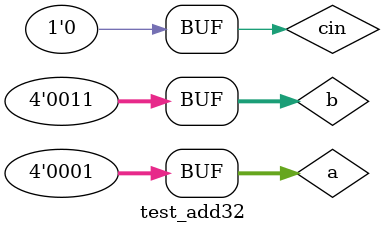
<source format=v>
`timescale 1ns / 1ps


module test_add32(

    );
    
    reg[3:0] a,b;
    reg cin;
    
    wire[3:0] sum;
    wire cout;
    
    add_32 add_320(.sum(sum), .cout(cout), .a(a), .b(b), .cin(cin));
    
    initial begin
        a = 4'b0001;
        b = 4'b0011;
        cin = 1'b0;
        
    
    
    end
    
endmodule

</source>
